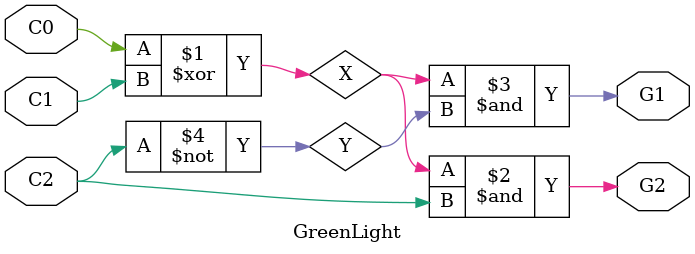
<source format=v>
`timescale 1ns / 1ps


module GreenLight(
    input C0,
    input C1,
    input C2,
    output G1,
    output G2
    );
    wire X,Y;
    xor XOR_1(X,C0,C1);
    and AND_1(G2,X,C2);
    not NOT_1(Y,C2);
    and AND_2(G1,X,Y); 
endmodule

</source>
